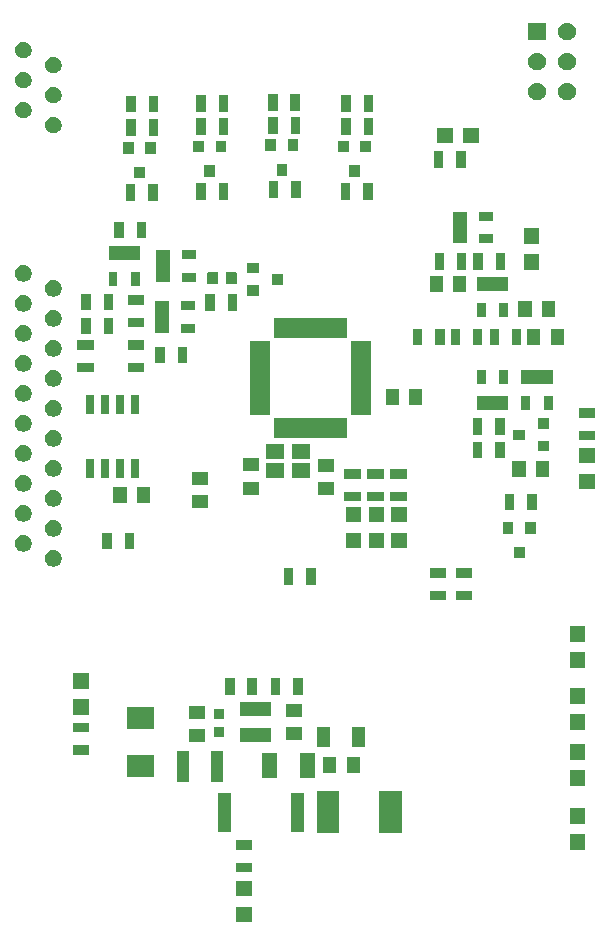
<source format=gbr>
G04 #@! TF.GenerationSoftware,KiCad,Pcbnew,(5.0.1)-4*
G04 #@! TF.CreationDate,2019-05-18T18:43:15-06:00*
G04 #@! TF.ProjectId,Brakelight_Shutdown_BSPD,4272616B656C696768745F5368757464,rev?*
G04 #@! TF.SameCoordinates,Original*
G04 #@! TF.FileFunction,Soldermask,Top*
G04 #@! TF.FilePolarity,Negative*
%FSLAX46Y46*%
G04 Gerber Fmt 4.6, Leading zero omitted, Abs format (unit mm)*
G04 Created by KiCad (PCBNEW (5.0.1)-4) date 5/18/2019 6:43:15 PM*
%MOMM*%
%LPD*%
G01*
G04 APERTURE LIST*
%ADD10C,0.100000*%
G04 APERTURE END LIST*
D10*
G36*
X181977000Y-126140000D02*
X180675000Y-126140000D01*
X180675000Y-124838000D01*
X181977000Y-124838000D01*
X181977000Y-126140000D01*
X181977000Y-126140000D01*
G37*
G36*
X181977000Y-123940000D02*
X180675000Y-123940000D01*
X180675000Y-122638000D01*
X181977000Y-122638000D01*
X181977000Y-123940000D01*
X181977000Y-123940000D01*
G37*
G36*
X182027000Y-121940000D02*
X180625000Y-121940000D01*
X180625000Y-121138000D01*
X182027000Y-121138000D01*
X182027000Y-121940000D01*
X182027000Y-121940000D01*
G37*
G36*
X182027000Y-120040000D02*
X180625000Y-120040000D01*
X180625000Y-119238000D01*
X182027000Y-119238000D01*
X182027000Y-120040000D01*
X182027000Y-120040000D01*
G37*
G36*
X210201000Y-120031000D02*
X208899000Y-120031000D01*
X208899000Y-118729000D01*
X210201000Y-118729000D01*
X210201000Y-120031000D01*
X210201000Y-120031000D01*
G37*
G36*
X194676300Y-118641000D02*
X192794300Y-118641000D01*
X192794300Y-115039000D01*
X194676300Y-115039000D01*
X194676300Y-118641000D01*
X194676300Y-118641000D01*
G37*
G36*
X189396300Y-118641000D02*
X187514300Y-118641000D01*
X187514300Y-115039000D01*
X189396300Y-115039000D01*
X189396300Y-118641000D01*
X189396300Y-118641000D01*
G37*
G36*
X180205200Y-118496080D02*
X179103200Y-118496080D01*
X179103200Y-115194080D01*
X180205200Y-115194080D01*
X180205200Y-118496080D01*
X180205200Y-118496080D01*
G37*
G36*
X186405200Y-118496080D02*
X185303200Y-118496080D01*
X185303200Y-115194080D01*
X186405200Y-115194080D01*
X186405200Y-118496080D01*
X186405200Y-118496080D01*
G37*
G36*
X210201000Y-117831000D02*
X208899000Y-117831000D01*
X208899000Y-116529000D01*
X210201000Y-116529000D01*
X210201000Y-117831000D01*
X210201000Y-117831000D01*
G37*
G36*
X210201000Y-114611000D02*
X208899000Y-114611000D01*
X208899000Y-113309000D01*
X210201000Y-113309000D01*
X210201000Y-114611000D01*
X210201000Y-114611000D01*
G37*
G36*
X179547800Y-114267500D02*
X178545800Y-114267500D01*
X178545800Y-111665500D01*
X179547800Y-111665500D01*
X179547800Y-114267500D01*
X179547800Y-114267500D01*
G37*
G36*
X176647800Y-114267500D02*
X175645800Y-114267500D01*
X175645800Y-111665500D01*
X176647800Y-111665500D01*
X176647800Y-114267500D01*
X176647800Y-114267500D01*
G37*
G36*
X184153700Y-113956540D02*
X182851700Y-113956540D01*
X182851700Y-111854540D01*
X184153700Y-111854540D01*
X184153700Y-113956540D01*
X184153700Y-113956540D01*
G37*
G36*
X187353700Y-113956540D02*
X186051700Y-113956540D01*
X186051700Y-111854540D01*
X187353700Y-111854540D01*
X187353700Y-113956540D01*
X187353700Y-113956540D01*
G37*
G36*
X173710800Y-113906500D02*
X171449800Y-113906500D01*
X171449800Y-112026500D01*
X173710800Y-112026500D01*
X173710800Y-113906500D01*
X173710800Y-113906500D01*
G37*
G36*
X189149300Y-113515500D02*
X188047300Y-113515500D01*
X188047300Y-112163500D01*
X189149300Y-112163500D01*
X189149300Y-113515500D01*
X189149300Y-113515500D01*
G37*
G36*
X191149300Y-113515500D02*
X190047300Y-113515500D01*
X190047300Y-112163500D01*
X191149300Y-112163500D01*
X191149300Y-113515500D01*
X191149300Y-113515500D01*
G37*
G36*
X210201000Y-112411000D02*
X208899000Y-112411000D01*
X208899000Y-111109000D01*
X210201000Y-111109000D01*
X210201000Y-112411000D01*
X210201000Y-112411000D01*
G37*
G36*
X168227000Y-111990000D02*
X166825000Y-111990000D01*
X166825000Y-111188000D01*
X168227000Y-111188000D01*
X168227000Y-111990000D01*
X168227000Y-111990000D01*
G37*
G36*
X191625300Y-111341000D02*
X190523300Y-111341000D01*
X190523300Y-109639000D01*
X191625300Y-109639000D01*
X191625300Y-111341000D01*
X191625300Y-111341000D01*
G37*
G36*
X188625300Y-111341000D02*
X187523300Y-111341000D01*
X187523300Y-109639000D01*
X188625300Y-109639000D01*
X188625300Y-111341000D01*
X188625300Y-111341000D01*
G37*
G36*
X178054360Y-110941180D02*
X176702360Y-110941180D01*
X176702360Y-109839180D01*
X178054360Y-109839180D01*
X178054360Y-110941180D01*
X178054360Y-110941180D01*
G37*
G36*
X183629600Y-110885800D02*
X180977600Y-110885800D01*
X180977600Y-109723800D01*
X183629600Y-109723800D01*
X183629600Y-110885800D01*
X183629600Y-110885800D01*
G37*
G36*
X186273800Y-110771000D02*
X184921800Y-110771000D01*
X184921800Y-109669000D01*
X186273800Y-109669000D01*
X186273800Y-110771000D01*
X186273800Y-110771000D01*
G37*
G36*
X179610300Y-110500500D02*
X178758300Y-110500500D01*
X178758300Y-109598500D01*
X179610300Y-109598500D01*
X179610300Y-110500500D01*
X179610300Y-110500500D01*
G37*
G36*
X168227000Y-110090000D02*
X166825000Y-110090000D01*
X166825000Y-109288000D01*
X168227000Y-109288000D01*
X168227000Y-110090000D01*
X168227000Y-110090000D01*
G37*
G36*
X210201000Y-109871000D02*
X208899000Y-109871000D01*
X208899000Y-108569000D01*
X210201000Y-108569000D01*
X210201000Y-109871000D01*
X210201000Y-109871000D01*
G37*
G36*
X173710800Y-109842500D02*
X171449800Y-109842500D01*
X171449800Y-107962500D01*
X173710800Y-107962500D01*
X173710800Y-109842500D01*
X173710800Y-109842500D01*
G37*
G36*
X179610300Y-109000500D02*
X178758300Y-109000500D01*
X178758300Y-108098500D01*
X179610300Y-108098500D01*
X179610300Y-109000500D01*
X179610300Y-109000500D01*
G37*
G36*
X178054360Y-108941180D02*
X176702360Y-108941180D01*
X176702360Y-107839180D01*
X178054360Y-107839180D01*
X178054360Y-108941180D01*
X178054360Y-108941180D01*
G37*
G36*
X186273800Y-108771000D02*
X184921800Y-108771000D01*
X184921800Y-107669000D01*
X186273800Y-107669000D01*
X186273800Y-108771000D01*
X186273800Y-108771000D01*
G37*
G36*
X183629600Y-108685800D02*
X180977600Y-108685800D01*
X180977600Y-107523800D01*
X183629600Y-107523800D01*
X183629600Y-108685800D01*
X183629600Y-108685800D01*
G37*
G36*
X168177000Y-108590000D02*
X166875000Y-108590000D01*
X166875000Y-107288000D01*
X168177000Y-107288000D01*
X168177000Y-108590000D01*
X168177000Y-108590000D01*
G37*
G36*
X210201000Y-107671000D02*
X208899000Y-107671000D01*
X208899000Y-106369000D01*
X210201000Y-106369000D01*
X210201000Y-107671000D01*
X210201000Y-107671000D01*
G37*
G36*
X184421420Y-106918720D02*
X183619420Y-106918720D01*
X183619420Y-105516720D01*
X184421420Y-105516720D01*
X184421420Y-106918720D01*
X184421420Y-106918720D01*
G37*
G36*
X186321420Y-106918720D02*
X185519420Y-106918720D01*
X185519420Y-105516720D01*
X186321420Y-105516720D01*
X186321420Y-106918720D01*
X186321420Y-106918720D01*
G37*
G36*
X180535220Y-106903480D02*
X179733220Y-106903480D01*
X179733220Y-105501480D01*
X180535220Y-105501480D01*
X180535220Y-106903480D01*
X180535220Y-106903480D01*
G37*
G36*
X182435220Y-106903480D02*
X181633220Y-106903480D01*
X181633220Y-105501480D01*
X182435220Y-105501480D01*
X182435220Y-106903480D01*
X182435220Y-106903480D01*
G37*
G36*
X168177000Y-106390000D02*
X166875000Y-106390000D01*
X166875000Y-105088000D01*
X168177000Y-105088000D01*
X168177000Y-106390000D01*
X168177000Y-106390000D01*
G37*
G36*
X210201000Y-104621000D02*
X208899000Y-104621000D01*
X208899000Y-103319000D01*
X210201000Y-103319000D01*
X210201000Y-104621000D01*
X210201000Y-104621000D01*
G37*
G36*
X210201000Y-102421000D02*
X208899000Y-102421000D01*
X208899000Y-101119000D01*
X210201000Y-101119000D01*
X210201000Y-102421000D01*
X210201000Y-102421000D01*
G37*
G36*
X198465400Y-98912400D02*
X197063400Y-98912400D01*
X197063400Y-98110400D01*
X198465400Y-98110400D01*
X198465400Y-98912400D01*
X198465400Y-98912400D01*
G37*
G36*
X200649800Y-98897200D02*
X199247800Y-98897200D01*
X199247800Y-98095200D01*
X200649800Y-98095200D01*
X200649800Y-98897200D01*
X200649800Y-98897200D01*
G37*
G36*
X185516200Y-97576600D02*
X184714200Y-97576600D01*
X184714200Y-96174600D01*
X185516200Y-96174600D01*
X185516200Y-97576600D01*
X185516200Y-97576600D01*
G37*
G36*
X187416200Y-97576600D02*
X186614200Y-97576600D01*
X186614200Y-96174600D01*
X187416200Y-96174600D01*
X187416200Y-97576600D01*
X187416200Y-97576600D01*
G37*
G36*
X198465400Y-97012400D02*
X197063400Y-97012400D01*
X197063400Y-96210400D01*
X198465400Y-96210400D01*
X198465400Y-97012400D01*
X198465400Y-97012400D01*
G37*
G36*
X200649800Y-96997200D02*
X199247800Y-96997200D01*
X199247800Y-96195200D01*
X200649800Y-96195200D01*
X200649800Y-96997200D01*
X200649800Y-96997200D01*
G37*
G36*
X165406072Y-94677538D02*
X165533649Y-94730382D01*
X165648465Y-94807100D01*
X165746100Y-94904735D01*
X165822818Y-95019551D01*
X165875662Y-95147128D01*
X165902600Y-95282556D01*
X165902600Y-95420644D01*
X165875662Y-95556072D01*
X165822818Y-95683649D01*
X165746100Y-95798465D01*
X165648465Y-95896100D01*
X165533649Y-95972818D01*
X165406072Y-96025662D01*
X165270644Y-96052600D01*
X165132556Y-96052600D01*
X164997128Y-96025662D01*
X164869551Y-95972818D01*
X164754735Y-95896100D01*
X164657100Y-95798465D01*
X164580382Y-95683649D01*
X164527538Y-95556072D01*
X164500600Y-95420644D01*
X164500600Y-95282556D01*
X164527538Y-95147128D01*
X164580382Y-95019551D01*
X164657100Y-94904735D01*
X164754735Y-94807100D01*
X164869551Y-94730382D01*
X164997128Y-94677538D01*
X165132556Y-94650600D01*
X165270644Y-94650600D01*
X165406072Y-94677538D01*
X165406072Y-94677538D01*
G37*
G36*
X205088600Y-95361800D02*
X204186600Y-95361800D01*
X204186600Y-94359800D01*
X205088600Y-94359800D01*
X205088600Y-95361800D01*
X205088600Y-95361800D01*
G37*
G36*
X162866072Y-93407538D02*
X162993649Y-93460382D01*
X163108465Y-93537100D01*
X163206100Y-93634735D01*
X163282818Y-93749551D01*
X163335662Y-93877128D01*
X163362600Y-94012556D01*
X163362600Y-94150644D01*
X163335662Y-94286072D01*
X163282818Y-94413649D01*
X163206100Y-94528465D01*
X163108465Y-94626100D01*
X162993649Y-94702818D01*
X162866072Y-94755662D01*
X162730644Y-94782600D01*
X162592556Y-94782600D01*
X162457128Y-94755662D01*
X162329551Y-94702818D01*
X162214735Y-94626100D01*
X162117100Y-94528465D01*
X162040382Y-94413649D01*
X161987538Y-94286072D01*
X161960600Y-94150644D01*
X161960600Y-94012556D01*
X161987538Y-93877128D01*
X162040382Y-93749551D01*
X162117100Y-93634735D01*
X162214735Y-93537100D01*
X162329551Y-93460382D01*
X162457128Y-93407538D01*
X162592556Y-93380600D01*
X162730644Y-93380600D01*
X162866072Y-93407538D01*
X162866072Y-93407538D01*
G37*
G36*
X170154200Y-94604800D02*
X169352200Y-94604800D01*
X169352200Y-93202800D01*
X170154200Y-93202800D01*
X170154200Y-94604800D01*
X170154200Y-94604800D01*
G37*
G36*
X172054200Y-94604800D02*
X171252200Y-94604800D01*
X171252200Y-93202800D01*
X172054200Y-93202800D01*
X172054200Y-94604800D01*
X172054200Y-94604800D01*
G37*
G36*
X193208400Y-94494200D02*
X191906400Y-94494200D01*
X191906400Y-93192200D01*
X193208400Y-93192200D01*
X193208400Y-94494200D01*
X193208400Y-94494200D01*
G37*
G36*
X191239900Y-94494200D02*
X189937900Y-94494200D01*
X189937900Y-93192200D01*
X191239900Y-93192200D01*
X191239900Y-94494200D01*
X191239900Y-94494200D01*
G37*
G36*
X195113400Y-94473700D02*
X193811400Y-94473700D01*
X193811400Y-93171700D01*
X195113400Y-93171700D01*
X195113400Y-94473700D01*
X195113400Y-94473700D01*
G37*
G36*
X165406072Y-92137538D02*
X165533649Y-92190382D01*
X165648465Y-92267100D01*
X165746100Y-92364735D01*
X165822818Y-92479551D01*
X165875662Y-92607128D01*
X165902600Y-92742556D01*
X165902600Y-92880644D01*
X165875662Y-93016072D01*
X165822818Y-93143649D01*
X165746100Y-93258465D01*
X165648465Y-93356100D01*
X165533649Y-93432818D01*
X165406072Y-93485662D01*
X165270644Y-93512600D01*
X165132556Y-93512600D01*
X164997128Y-93485662D01*
X164869551Y-93432818D01*
X164754735Y-93356100D01*
X164657100Y-93258465D01*
X164580382Y-93143649D01*
X164527538Y-93016072D01*
X164500600Y-92880644D01*
X164500600Y-92742556D01*
X164527538Y-92607128D01*
X164580382Y-92479551D01*
X164657100Y-92364735D01*
X164754735Y-92267100D01*
X164869551Y-92190382D01*
X164997128Y-92137538D01*
X165132556Y-92110600D01*
X165270644Y-92110600D01*
X165406072Y-92137538D01*
X165406072Y-92137538D01*
G37*
G36*
X204138600Y-93261800D02*
X203236600Y-93261800D01*
X203236600Y-92259800D01*
X204138600Y-92259800D01*
X204138600Y-93261800D01*
X204138600Y-93261800D01*
G37*
G36*
X206038600Y-93261800D02*
X205136600Y-93261800D01*
X205136600Y-92259800D01*
X206038600Y-92259800D01*
X206038600Y-93261800D01*
X206038600Y-93261800D01*
G37*
G36*
X191239900Y-92294200D02*
X189937900Y-92294200D01*
X189937900Y-90992200D01*
X191239900Y-90992200D01*
X191239900Y-92294200D01*
X191239900Y-92294200D01*
G37*
G36*
X193208400Y-92294200D02*
X191906400Y-92294200D01*
X191906400Y-90992200D01*
X193208400Y-90992200D01*
X193208400Y-92294200D01*
X193208400Y-92294200D01*
G37*
G36*
X195113400Y-92273700D02*
X193811400Y-92273700D01*
X193811400Y-90971700D01*
X195113400Y-90971700D01*
X195113400Y-92273700D01*
X195113400Y-92273700D01*
G37*
G36*
X162866072Y-90867538D02*
X162993649Y-90920382D01*
X163108465Y-90997100D01*
X163206100Y-91094735D01*
X163282818Y-91209551D01*
X163335662Y-91337128D01*
X163362600Y-91472556D01*
X163362600Y-91610644D01*
X163335662Y-91746072D01*
X163282818Y-91873649D01*
X163206100Y-91988465D01*
X163108465Y-92086100D01*
X162993649Y-92162818D01*
X162866072Y-92215662D01*
X162730644Y-92242600D01*
X162592556Y-92242600D01*
X162457128Y-92215662D01*
X162329551Y-92162818D01*
X162214735Y-92086100D01*
X162117100Y-91988465D01*
X162040382Y-91873649D01*
X161987538Y-91746072D01*
X161960600Y-91610644D01*
X161960600Y-91472556D01*
X161987538Y-91337128D01*
X162040382Y-91209551D01*
X162117100Y-91094735D01*
X162214735Y-90997100D01*
X162329551Y-90920382D01*
X162457128Y-90867538D01*
X162592556Y-90840600D01*
X162730644Y-90840600D01*
X162866072Y-90867538D01*
X162866072Y-90867538D01*
G37*
G36*
X204210600Y-91277400D02*
X203408600Y-91277400D01*
X203408600Y-89875400D01*
X204210600Y-89875400D01*
X204210600Y-91277400D01*
X204210600Y-91277400D01*
G37*
G36*
X206110600Y-91277400D02*
X205308600Y-91277400D01*
X205308600Y-89875400D01*
X206110600Y-89875400D01*
X206110600Y-91277400D01*
X206110600Y-91277400D01*
G37*
G36*
X178323600Y-91127400D02*
X176971600Y-91127400D01*
X176971600Y-90025400D01*
X178323600Y-90025400D01*
X178323600Y-91127400D01*
X178323600Y-91127400D01*
G37*
G36*
X165406072Y-89597538D02*
X165533649Y-89650382D01*
X165648465Y-89727100D01*
X165746100Y-89824735D01*
X165822818Y-89939551D01*
X165875662Y-90067128D01*
X165902600Y-90202556D01*
X165902600Y-90340644D01*
X165875662Y-90476072D01*
X165822818Y-90603649D01*
X165746100Y-90718465D01*
X165648465Y-90816100D01*
X165533649Y-90892818D01*
X165406072Y-90945662D01*
X165270644Y-90972600D01*
X165132556Y-90972600D01*
X164997128Y-90945662D01*
X164869551Y-90892818D01*
X164754735Y-90816100D01*
X164657100Y-90718465D01*
X164580382Y-90603649D01*
X164527538Y-90476072D01*
X164500600Y-90340644D01*
X164500600Y-90202556D01*
X164527538Y-90067128D01*
X164580382Y-89939551D01*
X164657100Y-89824735D01*
X164754735Y-89727100D01*
X164869551Y-89650382D01*
X164997128Y-89597538D01*
X165132556Y-89570600D01*
X165270644Y-89570600D01*
X165406072Y-89597538D01*
X165406072Y-89597538D01*
G37*
G36*
X173391400Y-90642800D02*
X172289400Y-90642800D01*
X172289400Y-89290800D01*
X173391400Y-89290800D01*
X173391400Y-90642800D01*
X173391400Y-90642800D01*
G37*
G36*
X171391400Y-90642800D02*
X170289400Y-90642800D01*
X170289400Y-89290800D01*
X171391400Y-89290800D01*
X171391400Y-90642800D01*
X171391400Y-90642800D01*
G37*
G36*
X191226400Y-90520200D02*
X189824400Y-90520200D01*
X189824400Y-89718200D01*
X191226400Y-89718200D01*
X191226400Y-90520200D01*
X191226400Y-90520200D01*
G37*
G36*
X193194900Y-90520200D02*
X191792900Y-90520200D01*
X191792900Y-89718200D01*
X193194900Y-89718200D01*
X193194900Y-90520200D01*
X193194900Y-90520200D01*
G37*
G36*
X195099900Y-90517700D02*
X193697900Y-90517700D01*
X193697900Y-89715700D01*
X195099900Y-89715700D01*
X195099900Y-90517700D01*
X195099900Y-90517700D01*
G37*
G36*
X188978900Y-90035200D02*
X187626900Y-90035200D01*
X187626900Y-88933200D01*
X188978900Y-88933200D01*
X188978900Y-90035200D01*
X188978900Y-90035200D01*
G37*
G36*
X182628900Y-90003200D02*
X181276900Y-90003200D01*
X181276900Y-88901200D01*
X182628900Y-88901200D01*
X182628900Y-90003200D01*
X182628900Y-90003200D01*
G37*
G36*
X162866072Y-88327538D02*
X162993649Y-88380382D01*
X163108465Y-88457100D01*
X163206100Y-88554735D01*
X163282818Y-88669551D01*
X163335662Y-88797128D01*
X163362600Y-88932556D01*
X163362600Y-89070644D01*
X163335662Y-89206072D01*
X163282818Y-89333649D01*
X163206100Y-89448465D01*
X163108465Y-89546100D01*
X162993649Y-89622818D01*
X162866072Y-89675662D01*
X162730644Y-89702600D01*
X162592556Y-89702600D01*
X162457128Y-89675662D01*
X162329551Y-89622818D01*
X162214735Y-89546100D01*
X162117100Y-89448465D01*
X162040382Y-89333649D01*
X161987538Y-89206072D01*
X161960600Y-89070644D01*
X161960600Y-88932556D01*
X161987538Y-88797128D01*
X162040382Y-88669551D01*
X162117100Y-88554735D01*
X162214735Y-88457100D01*
X162329551Y-88380382D01*
X162457128Y-88327538D01*
X162592556Y-88300600D01*
X162730644Y-88300600D01*
X162866072Y-88327538D01*
X162866072Y-88327538D01*
G37*
G36*
X211039200Y-89508000D02*
X209737200Y-89508000D01*
X209737200Y-88206000D01*
X211039200Y-88206000D01*
X211039200Y-89508000D01*
X211039200Y-89508000D01*
G37*
G36*
X178323600Y-89127400D02*
X176971600Y-89127400D01*
X176971600Y-88025400D01*
X178323600Y-88025400D01*
X178323600Y-89127400D01*
X178323600Y-89127400D01*
G37*
G36*
X193194900Y-88620200D02*
X191792900Y-88620200D01*
X191792900Y-87818200D01*
X193194900Y-87818200D01*
X193194900Y-88620200D01*
X193194900Y-88620200D01*
G37*
G36*
X191226400Y-88620200D02*
X189824400Y-88620200D01*
X189824400Y-87818200D01*
X191226400Y-87818200D01*
X191226400Y-88620200D01*
X191226400Y-88620200D01*
G37*
G36*
X195099900Y-88617700D02*
X193697900Y-88617700D01*
X193697900Y-87815700D01*
X195099900Y-87815700D01*
X195099900Y-88617700D01*
X195099900Y-88617700D01*
G37*
G36*
X171191400Y-88565200D02*
X170489400Y-88565200D01*
X170489400Y-86913200D01*
X171191400Y-86913200D01*
X171191400Y-88565200D01*
X171191400Y-88565200D01*
G37*
G36*
X168651400Y-88565200D02*
X167949400Y-88565200D01*
X167949400Y-86913200D01*
X168651400Y-86913200D01*
X168651400Y-88565200D01*
X168651400Y-88565200D01*
G37*
G36*
X169921400Y-88565200D02*
X169219400Y-88565200D01*
X169219400Y-86913200D01*
X169921400Y-86913200D01*
X169921400Y-88565200D01*
X169921400Y-88565200D01*
G37*
G36*
X172461400Y-88565200D02*
X171759400Y-88565200D01*
X171759400Y-86913200D01*
X172461400Y-86913200D01*
X172461400Y-88565200D01*
X172461400Y-88565200D01*
G37*
G36*
X184735900Y-88560200D02*
X183233900Y-88560200D01*
X183233900Y-87258200D01*
X184735900Y-87258200D01*
X184735900Y-88560200D01*
X184735900Y-88560200D01*
G37*
G36*
X186935900Y-88560200D02*
X185433900Y-88560200D01*
X185433900Y-87258200D01*
X186935900Y-87258200D01*
X186935900Y-88560200D01*
X186935900Y-88560200D01*
G37*
G36*
X205173400Y-88509200D02*
X204071400Y-88509200D01*
X204071400Y-87157200D01*
X205173400Y-87157200D01*
X205173400Y-88509200D01*
X205173400Y-88509200D01*
G37*
G36*
X207173400Y-88509200D02*
X206071400Y-88509200D01*
X206071400Y-87157200D01*
X207173400Y-87157200D01*
X207173400Y-88509200D01*
X207173400Y-88509200D01*
G37*
G36*
X165406072Y-87057538D02*
X165533649Y-87110382D01*
X165648465Y-87187100D01*
X165746100Y-87284735D01*
X165822818Y-87399551D01*
X165875662Y-87527128D01*
X165902600Y-87662556D01*
X165902600Y-87800644D01*
X165875662Y-87936072D01*
X165822818Y-88063649D01*
X165746100Y-88178465D01*
X165648465Y-88276100D01*
X165533649Y-88352818D01*
X165406072Y-88405662D01*
X165270644Y-88432600D01*
X165132556Y-88432600D01*
X164997128Y-88405662D01*
X164869551Y-88352818D01*
X164754735Y-88276100D01*
X164657100Y-88178465D01*
X164580382Y-88063649D01*
X164527538Y-87936072D01*
X164500600Y-87800644D01*
X164500600Y-87662556D01*
X164527538Y-87527128D01*
X164580382Y-87399551D01*
X164657100Y-87284735D01*
X164754735Y-87187100D01*
X164869551Y-87110382D01*
X164997128Y-87057538D01*
X165132556Y-87030600D01*
X165270644Y-87030600D01*
X165406072Y-87057538D01*
X165406072Y-87057538D01*
G37*
G36*
X188978900Y-88035200D02*
X187626900Y-88035200D01*
X187626900Y-86933200D01*
X188978900Y-86933200D01*
X188978900Y-88035200D01*
X188978900Y-88035200D01*
G37*
G36*
X182628900Y-88003200D02*
X181276900Y-88003200D01*
X181276900Y-86901200D01*
X182628900Y-86901200D01*
X182628900Y-88003200D01*
X182628900Y-88003200D01*
G37*
G36*
X211039200Y-87308000D02*
X209737200Y-87308000D01*
X209737200Y-86006000D01*
X211039200Y-86006000D01*
X211039200Y-87308000D01*
X211039200Y-87308000D01*
G37*
G36*
X162866072Y-85787538D02*
X162993649Y-85840382D01*
X163108465Y-85917100D01*
X163206100Y-86014735D01*
X163282818Y-86129551D01*
X163335662Y-86257128D01*
X163362600Y-86392556D01*
X163362600Y-86530644D01*
X163335662Y-86666072D01*
X163282818Y-86793649D01*
X163206100Y-86908465D01*
X163108465Y-87006100D01*
X162993649Y-87082818D01*
X162866072Y-87135662D01*
X162730644Y-87162600D01*
X162592556Y-87162600D01*
X162457128Y-87135662D01*
X162329551Y-87082818D01*
X162214735Y-87006100D01*
X162117100Y-86908465D01*
X162040382Y-86793649D01*
X161987538Y-86666072D01*
X161960600Y-86530644D01*
X161960600Y-86392556D01*
X161987538Y-86257128D01*
X162040382Y-86129551D01*
X162117100Y-86014735D01*
X162214735Y-85917100D01*
X162329551Y-85840382D01*
X162457128Y-85787538D01*
X162592556Y-85760600D01*
X162730644Y-85760600D01*
X162866072Y-85787538D01*
X162866072Y-85787538D01*
G37*
G36*
X186935900Y-86960200D02*
X185433900Y-86960200D01*
X185433900Y-85658200D01*
X186935900Y-85658200D01*
X186935900Y-86960200D01*
X186935900Y-86960200D01*
G37*
G36*
X184735900Y-86960200D02*
X183233900Y-86960200D01*
X183233900Y-85658200D01*
X184735900Y-85658200D01*
X184735900Y-86960200D01*
X184735900Y-86960200D01*
G37*
G36*
X203423200Y-86883200D02*
X202621200Y-86883200D01*
X202621200Y-85481200D01*
X203423200Y-85481200D01*
X203423200Y-86883200D01*
X203423200Y-86883200D01*
G37*
G36*
X201523200Y-86883200D02*
X200721200Y-86883200D01*
X200721200Y-85481200D01*
X201523200Y-85481200D01*
X201523200Y-86883200D01*
X201523200Y-86883200D01*
G37*
G36*
X207198000Y-86313200D02*
X206196000Y-86313200D01*
X206196000Y-85411200D01*
X207198000Y-85411200D01*
X207198000Y-86313200D01*
X207198000Y-86313200D01*
G37*
G36*
X165406072Y-84517538D02*
X165533649Y-84570382D01*
X165648465Y-84647100D01*
X165746100Y-84744735D01*
X165822818Y-84859551D01*
X165875662Y-84987128D01*
X165902600Y-85122556D01*
X165902600Y-85260644D01*
X165875662Y-85396072D01*
X165822818Y-85523649D01*
X165746100Y-85638465D01*
X165648465Y-85736100D01*
X165533649Y-85812818D01*
X165406072Y-85865662D01*
X165270644Y-85892600D01*
X165132556Y-85892600D01*
X164997128Y-85865662D01*
X164869551Y-85812818D01*
X164754735Y-85736100D01*
X164657100Y-85638465D01*
X164580382Y-85523649D01*
X164527538Y-85396072D01*
X164500600Y-85260644D01*
X164500600Y-85122556D01*
X164527538Y-84987128D01*
X164580382Y-84859551D01*
X164657100Y-84744735D01*
X164754735Y-84647100D01*
X164869551Y-84570382D01*
X164997128Y-84517538D01*
X165132556Y-84490600D01*
X165270644Y-84490600D01*
X165406072Y-84517538D01*
X165406072Y-84517538D01*
G37*
G36*
X205098000Y-85363200D02*
X204096000Y-85363200D01*
X204096000Y-84461200D01*
X205098000Y-84461200D01*
X205098000Y-85363200D01*
X205098000Y-85363200D01*
G37*
G36*
X211063800Y-85338600D02*
X209661800Y-85338600D01*
X209661800Y-84536600D01*
X211063800Y-84536600D01*
X211063800Y-85338600D01*
X211063800Y-85338600D01*
G37*
G36*
X190095400Y-85187200D02*
X183843400Y-85187200D01*
X183843400Y-83485200D01*
X190095400Y-83485200D01*
X190095400Y-85187200D01*
X190095400Y-85187200D01*
G37*
G36*
X201523200Y-84876600D02*
X200721200Y-84876600D01*
X200721200Y-83474600D01*
X201523200Y-83474600D01*
X201523200Y-84876600D01*
X201523200Y-84876600D01*
G37*
G36*
X203423200Y-84876600D02*
X202621200Y-84876600D01*
X202621200Y-83474600D01*
X203423200Y-83474600D01*
X203423200Y-84876600D01*
X203423200Y-84876600D01*
G37*
G36*
X162866072Y-83247538D02*
X162993649Y-83300382D01*
X163108465Y-83377100D01*
X163206100Y-83474735D01*
X163282818Y-83589551D01*
X163335662Y-83717128D01*
X163362600Y-83852556D01*
X163362600Y-83990644D01*
X163335662Y-84126072D01*
X163282818Y-84253649D01*
X163206100Y-84368465D01*
X163108465Y-84466100D01*
X162993649Y-84542818D01*
X162866072Y-84595662D01*
X162730644Y-84622600D01*
X162592556Y-84622600D01*
X162457128Y-84595662D01*
X162329551Y-84542818D01*
X162214735Y-84466100D01*
X162117100Y-84368465D01*
X162040382Y-84253649D01*
X161987538Y-84126072D01*
X161960600Y-83990644D01*
X161960600Y-83852556D01*
X161987538Y-83717128D01*
X162040382Y-83589551D01*
X162117100Y-83474735D01*
X162214735Y-83377100D01*
X162329551Y-83300382D01*
X162457128Y-83247538D01*
X162592556Y-83220600D01*
X162730644Y-83220600D01*
X162866072Y-83247538D01*
X162866072Y-83247538D01*
G37*
G36*
X207198000Y-84413200D02*
X206196000Y-84413200D01*
X206196000Y-83511200D01*
X207198000Y-83511200D01*
X207198000Y-84413200D01*
X207198000Y-84413200D01*
G37*
G36*
X211063800Y-83438600D02*
X209661800Y-83438600D01*
X209661800Y-82636600D01*
X211063800Y-82636600D01*
X211063800Y-83438600D01*
X211063800Y-83438600D01*
G37*
G36*
X165406072Y-81977538D02*
X165533649Y-82030382D01*
X165648465Y-82107100D01*
X165746100Y-82204735D01*
X165822818Y-82319551D01*
X165875662Y-82447128D01*
X165902600Y-82582556D01*
X165902600Y-82720644D01*
X165875662Y-82856072D01*
X165822818Y-82983649D01*
X165746100Y-83098465D01*
X165648465Y-83196100D01*
X165533649Y-83272818D01*
X165406072Y-83325662D01*
X165270644Y-83352600D01*
X165132556Y-83352600D01*
X164997128Y-83325662D01*
X164869551Y-83272818D01*
X164754735Y-83196100D01*
X164657100Y-83098465D01*
X164580382Y-82983649D01*
X164527538Y-82856072D01*
X164500600Y-82720644D01*
X164500600Y-82582556D01*
X164527538Y-82447128D01*
X164580382Y-82319551D01*
X164657100Y-82204735D01*
X164754735Y-82107100D01*
X164869551Y-82030382D01*
X164997128Y-81977538D01*
X165132556Y-81950600D01*
X165270644Y-81950600D01*
X165406072Y-81977538D01*
X165406072Y-81977538D01*
G37*
G36*
X183570400Y-83212200D02*
X181868400Y-83212200D01*
X181868400Y-76960200D01*
X183570400Y-76960200D01*
X183570400Y-83212200D01*
X183570400Y-83212200D01*
G37*
G36*
X192070400Y-83212200D02*
X190368400Y-83212200D01*
X190368400Y-76960200D01*
X192070400Y-76960200D01*
X192070400Y-83212200D01*
X192070400Y-83212200D01*
G37*
G36*
X168651400Y-83165200D02*
X167949400Y-83165200D01*
X167949400Y-81513200D01*
X168651400Y-81513200D01*
X168651400Y-83165200D01*
X168651400Y-83165200D01*
G37*
G36*
X172461400Y-83165200D02*
X171759400Y-83165200D01*
X171759400Y-81513200D01*
X172461400Y-81513200D01*
X172461400Y-83165200D01*
X172461400Y-83165200D01*
G37*
G36*
X171191400Y-83165200D02*
X170489400Y-83165200D01*
X170489400Y-81513200D01*
X171191400Y-81513200D01*
X171191400Y-83165200D01*
X171191400Y-83165200D01*
G37*
G36*
X169921400Y-83165200D02*
X169219400Y-83165200D01*
X169219400Y-81513200D01*
X169921400Y-81513200D01*
X169921400Y-83165200D01*
X169921400Y-83165200D01*
G37*
G36*
X205562200Y-82775400D02*
X204810200Y-82775400D01*
X204810200Y-81613400D01*
X205562200Y-81613400D01*
X205562200Y-82775400D01*
X205562200Y-82775400D01*
G37*
G36*
X207462200Y-82775400D02*
X206710200Y-82775400D01*
X206710200Y-81613400D01*
X207462200Y-81613400D01*
X207462200Y-82775400D01*
X207462200Y-82775400D01*
G37*
G36*
X203713200Y-82775400D02*
X201061200Y-82775400D01*
X201061200Y-81613400D01*
X203713200Y-81613400D01*
X203713200Y-82775400D01*
X203713200Y-82775400D01*
G37*
G36*
X194429200Y-82413200D02*
X193327200Y-82413200D01*
X193327200Y-81061200D01*
X194429200Y-81061200D01*
X194429200Y-82413200D01*
X194429200Y-82413200D01*
G37*
G36*
X196429200Y-82413200D02*
X195327200Y-82413200D01*
X195327200Y-81061200D01*
X196429200Y-81061200D01*
X196429200Y-82413200D01*
X196429200Y-82413200D01*
G37*
G36*
X162866072Y-80707538D02*
X162993649Y-80760382D01*
X163108465Y-80837100D01*
X163206100Y-80934735D01*
X163282818Y-81049551D01*
X163335662Y-81177128D01*
X163362600Y-81312556D01*
X163362600Y-81450644D01*
X163335662Y-81586072D01*
X163282818Y-81713649D01*
X163206100Y-81828465D01*
X163108465Y-81926100D01*
X162993649Y-82002818D01*
X162866072Y-82055662D01*
X162730644Y-82082600D01*
X162592556Y-82082600D01*
X162457128Y-82055662D01*
X162329551Y-82002818D01*
X162214735Y-81926100D01*
X162117100Y-81828465D01*
X162040382Y-81713649D01*
X161987538Y-81586072D01*
X161960600Y-81450644D01*
X161960600Y-81312556D01*
X161987538Y-81177128D01*
X162040382Y-81049551D01*
X162117100Y-80934735D01*
X162214735Y-80837100D01*
X162329551Y-80760382D01*
X162457128Y-80707538D01*
X162592556Y-80680600D01*
X162730644Y-80680600D01*
X162866072Y-80707538D01*
X162866072Y-80707538D01*
G37*
G36*
X165406072Y-79437538D02*
X165533649Y-79490382D01*
X165648465Y-79567100D01*
X165746100Y-79664735D01*
X165822818Y-79779551D01*
X165875662Y-79907128D01*
X165902600Y-80042556D01*
X165902600Y-80180644D01*
X165875662Y-80316072D01*
X165822818Y-80443649D01*
X165746100Y-80558465D01*
X165648465Y-80656100D01*
X165533649Y-80732818D01*
X165406072Y-80785662D01*
X165270644Y-80812600D01*
X165132556Y-80812600D01*
X164997128Y-80785662D01*
X164869551Y-80732818D01*
X164754735Y-80656100D01*
X164657100Y-80558465D01*
X164580382Y-80443649D01*
X164527538Y-80316072D01*
X164500600Y-80180644D01*
X164500600Y-80042556D01*
X164527538Y-79907128D01*
X164580382Y-79779551D01*
X164657100Y-79664735D01*
X164754735Y-79567100D01*
X164869551Y-79490382D01*
X164997128Y-79437538D01*
X165132556Y-79410600D01*
X165270644Y-79410600D01*
X165406072Y-79437538D01*
X165406072Y-79437538D01*
G37*
G36*
X201813200Y-80575400D02*
X201061200Y-80575400D01*
X201061200Y-79413400D01*
X201813200Y-79413400D01*
X201813200Y-80575400D01*
X201813200Y-80575400D01*
G37*
G36*
X203713200Y-80575400D02*
X202961200Y-80575400D01*
X202961200Y-79413400D01*
X203713200Y-79413400D01*
X203713200Y-80575400D01*
X203713200Y-80575400D01*
G37*
G36*
X207462200Y-80575400D02*
X204810200Y-80575400D01*
X204810200Y-79413400D01*
X207462200Y-79413400D01*
X207462200Y-80575400D01*
X207462200Y-80575400D01*
G37*
G36*
X168620400Y-79595700D02*
X167218400Y-79595700D01*
X167218400Y-78793700D01*
X168620400Y-78793700D01*
X168620400Y-79595700D01*
X168620400Y-79595700D01*
G37*
G36*
X172913000Y-79583000D02*
X171511000Y-79583000D01*
X171511000Y-78781000D01*
X172913000Y-78781000D01*
X172913000Y-79583000D01*
X172913000Y-79583000D01*
G37*
G36*
X162866072Y-78167538D02*
X162993649Y-78220382D01*
X163108465Y-78297100D01*
X163206100Y-78394735D01*
X163282818Y-78509551D01*
X163335662Y-78637128D01*
X163362600Y-78772556D01*
X163362600Y-78910644D01*
X163335662Y-79046072D01*
X163282818Y-79173649D01*
X163206100Y-79288465D01*
X163108465Y-79386100D01*
X162993649Y-79462818D01*
X162866072Y-79515662D01*
X162730644Y-79542600D01*
X162592556Y-79542600D01*
X162457128Y-79515662D01*
X162329551Y-79462818D01*
X162214735Y-79386100D01*
X162117100Y-79288465D01*
X162040382Y-79173649D01*
X161987538Y-79046072D01*
X161960600Y-78910644D01*
X161960600Y-78772556D01*
X161987538Y-78637128D01*
X162040382Y-78509551D01*
X162117100Y-78394735D01*
X162214735Y-78297100D01*
X162329551Y-78220382D01*
X162457128Y-78167538D01*
X162592556Y-78140600D01*
X162730644Y-78140600D01*
X162866072Y-78167538D01*
X162866072Y-78167538D01*
G37*
G36*
X176534800Y-78831400D02*
X175732800Y-78831400D01*
X175732800Y-77429400D01*
X176534800Y-77429400D01*
X176534800Y-78831400D01*
X176534800Y-78831400D01*
G37*
G36*
X174634800Y-78831400D02*
X173832800Y-78831400D01*
X173832800Y-77429400D01*
X174634800Y-77429400D01*
X174634800Y-78831400D01*
X174634800Y-78831400D01*
G37*
G36*
X165406072Y-76897538D02*
X165533649Y-76950382D01*
X165648465Y-77027100D01*
X165746100Y-77124735D01*
X165822818Y-77239551D01*
X165875662Y-77367128D01*
X165902600Y-77502556D01*
X165902600Y-77640644D01*
X165875662Y-77776072D01*
X165822818Y-77903649D01*
X165746100Y-78018465D01*
X165648465Y-78116100D01*
X165533649Y-78192818D01*
X165406072Y-78245662D01*
X165270644Y-78272600D01*
X165132556Y-78272600D01*
X164997128Y-78245662D01*
X164869551Y-78192818D01*
X164754735Y-78116100D01*
X164657100Y-78018465D01*
X164580382Y-77903649D01*
X164527538Y-77776072D01*
X164500600Y-77640644D01*
X164500600Y-77502556D01*
X164527538Y-77367128D01*
X164580382Y-77239551D01*
X164657100Y-77124735D01*
X164754735Y-77027100D01*
X164869551Y-76950382D01*
X164997128Y-76897538D01*
X165132556Y-76870600D01*
X165270644Y-76870600D01*
X165406072Y-76897538D01*
X165406072Y-76897538D01*
G37*
G36*
X168620400Y-77695700D02*
X167218400Y-77695700D01*
X167218400Y-76893700D01*
X168620400Y-76893700D01*
X168620400Y-77695700D01*
X168620400Y-77695700D01*
G37*
G36*
X172913000Y-77683000D02*
X171511000Y-77683000D01*
X171511000Y-76881000D01*
X172913000Y-76881000D01*
X172913000Y-77683000D01*
X172913000Y-77683000D01*
G37*
G36*
X204830400Y-77332800D02*
X204028400Y-77332800D01*
X204028400Y-75930800D01*
X204830400Y-75930800D01*
X204830400Y-77332800D01*
X204830400Y-77332800D01*
G37*
G36*
X202930400Y-77332800D02*
X202128400Y-77332800D01*
X202128400Y-75930800D01*
X202930400Y-75930800D01*
X202930400Y-77332800D01*
X202930400Y-77332800D01*
G37*
G36*
X206434000Y-77307800D02*
X205332000Y-77307800D01*
X205332000Y-75955800D01*
X206434000Y-75955800D01*
X206434000Y-77307800D01*
X206434000Y-77307800D01*
G37*
G36*
X208434000Y-77307800D02*
X207332000Y-77307800D01*
X207332000Y-75955800D01*
X208434000Y-75955800D01*
X208434000Y-77307800D01*
X208434000Y-77307800D01*
G37*
G36*
X198317800Y-77307400D02*
X197515800Y-77307400D01*
X197515800Y-75905400D01*
X198317800Y-75905400D01*
X198317800Y-77307400D01*
X198317800Y-77307400D01*
G37*
G36*
X196417800Y-77307400D02*
X195615800Y-77307400D01*
X195615800Y-75905400D01*
X196417800Y-75905400D01*
X196417800Y-77307400D01*
X196417800Y-77307400D01*
G37*
G36*
X201528400Y-77307400D02*
X200726400Y-77307400D01*
X200726400Y-75905400D01*
X201528400Y-75905400D01*
X201528400Y-77307400D01*
X201528400Y-77307400D01*
G37*
G36*
X199628400Y-77307400D02*
X198826400Y-77307400D01*
X198826400Y-75905400D01*
X199628400Y-75905400D01*
X199628400Y-77307400D01*
X199628400Y-77307400D01*
G37*
G36*
X162866072Y-75627538D02*
X162993649Y-75680382D01*
X163108465Y-75757100D01*
X163206100Y-75854735D01*
X163282818Y-75969551D01*
X163335662Y-76097128D01*
X163362600Y-76232556D01*
X163362600Y-76370644D01*
X163335662Y-76506072D01*
X163282818Y-76633649D01*
X163206100Y-76748465D01*
X163108465Y-76846100D01*
X162993649Y-76922818D01*
X162866072Y-76975662D01*
X162730644Y-77002600D01*
X162592556Y-77002600D01*
X162457128Y-76975662D01*
X162329551Y-76922818D01*
X162214735Y-76846100D01*
X162117100Y-76748465D01*
X162040382Y-76633649D01*
X161987538Y-76506072D01*
X161960600Y-76370644D01*
X161960600Y-76232556D01*
X161987538Y-76097128D01*
X162040382Y-75969551D01*
X162117100Y-75854735D01*
X162214735Y-75757100D01*
X162329551Y-75680382D01*
X162457128Y-75627538D01*
X162592556Y-75600600D01*
X162730644Y-75600600D01*
X162866072Y-75627538D01*
X162866072Y-75627538D01*
G37*
G36*
X190095400Y-76687200D02*
X183843400Y-76687200D01*
X183843400Y-74985200D01*
X190095400Y-74985200D01*
X190095400Y-76687200D01*
X190095400Y-76687200D01*
G37*
G36*
X168361000Y-76393000D02*
X167559000Y-76393000D01*
X167559000Y-74991000D01*
X168361000Y-74991000D01*
X168361000Y-76393000D01*
X168361000Y-76393000D01*
G37*
G36*
X170261000Y-76393000D02*
X169459000Y-76393000D01*
X169459000Y-74991000D01*
X170261000Y-74991000D01*
X170261000Y-76393000D01*
X170261000Y-76393000D01*
G37*
G36*
X174995000Y-76256000D02*
X173833000Y-76256000D01*
X173833000Y-73604000D01*
X174995000Y-73604000D01*
X174995000Y-76256000D01*
X174995000Y-76256000D01*
G37*
G36*
X177195000Y-76256000D02*
X176033000Y-76256000D01*
X176033000Y-75504000D01*
X177195000Y-75504000D01*
X177195000Y-76256000D01*
X177195000Y-76256000D01*
G37*
G36*
X172913000Y-75773000D02*
X171511000Y-75773000D01*
X171511000Y-74971000D01*
X172913000Y-74971000D01*
X172913000Y-75773000D01*
X172913000Y-75773000D01*
G37*
G36*
X165406072Y-74357538D02*
X165533649Y-74410382D01*
X165648465Y-74487100D01*
X165746100Y-74584735D01*
X165822818Y-74699551D01*
X165875662Y-74827128D01*
X165902600Y-74962556D01*
X165902600Y-75100644D01*
X165875662Y-75236072D01*
X165822818Y-75363649D01*
X165746100Y-75478465D01*
X165648465Y-75576100D01*
X165533649Y-75652818D01*
X165406072Y-75705662D01*
X165270644Y-75732600D01*
X165132556Y-75732600D01*
X164997128Y-75705662D01*
X164869551Y-75652818D01*
X164754735Y-75576100D01*
X164657100Y-75478465D01*
X164580382Y-75363649D01*
X164527538Y-75236072D01*
X164500600Y-75100644D01*
X164500600Y-74962556D01*
X164527538Y-74827128D01*
X164580382Y-74699551D01*
X164657100Y-74584735D01*
X164754735Y-74487100D01*
X164869551Y-74410382D01*
X164997128Y-74357538D01*
X165132556Y-74330600D01*
X165270644Y-74330600D01*
X165406072Y-74357538D01*
X165406072Y-74357538D01*
G37*
G36*
X205681400Y-74945600D02*
X204579400Y-74945600D01*
X204579400Y-73593600D01*
X205681400Y-73593600D01*
X205681400Y-74945600D01*
X205681400Y-74945600D01*
G37*
G36*
X207681400Y-74945600D02*
X206579400Y-74945600D01*
X206579400Y-73593600D01*
X207681400Y-73593600D01*
X207681400Y-74945600D01*
X207681400Y-74945600D01*
G37*
G36*
X201787800Y-74909200D02*
X201035800Y-74909200D01*
X201035800Y-73747200D01*
X201787800Y-73747200D01*
X201787800Y-74909200D01*
X201787800Y-74909200D01*
G37*
G36*
X203687800Y-74909200D02*
X202935800Y-74909200D01*
X202935800Y-73747200D01*
X203687800Y-73747200D01*
X203687800Y-74909200D01*
X203687800Y-74909200D01*
G37*
G36*
X162866072Y-73087538D02*
X162993649Y-73140382D01*
X163108465Y-73217100D01*
X163206100Y-73314735D01*
X163282818Y-73429551D01*
X163335662Y-73557128D01*
X163362600Y-73692556D01*
X163362600Y-73830644D01*
X163335662Y-73966072D01*
X163282818Y-74093649D01*
X163206100Y-74208465D01*
X163108465Y-74306100D01*
X162993649Y-74382818D01*
X162866072Y-74435662D01*
X162730644Y-74462600D01*
X162592556Y-74462600D01*
X162457128Y-74435662D01*
X162329551Y-74382818D01*
X162214735Y-74306100D01*
X162117100Y-74208465D01*
X162040382Y-74093649D01*
X161987538Y-73966072D01*
X161960600Y-73830644D01*
X161960600Y-73692556D01*
X161987538Y-73557128D01*
X162040382Y-73429551D01*
X162117100Y-73314735D01*
X162214735Y-73217100D01*
X162329551Y-73140382D01*
X162457128Y-73087538D01*
X162592556Y-73060600D01*
X162730644Y-73060600D01*
X162866072Y-73087538D01*
X162866072Y-73087538D01*
G37*
G36*
X178866400Y-74411800D02*
X178064400Y-74411800D01*
X178064400Y-73009800D01*
X178866400Y-73009800D01*
X178866400Y-74411800D01*
X178866400Y-74411800D01*
G37*
G36*
X180766400Y-74411800D02*
X179964400Y-74411800D01*
X179964400Y-73009800D01*
X180766400Y-73009800D01*
X180766400Y-74411800D01*
X180766400Y-74411800D01*
G37*
G36*
X170261000Y-74361000D02*
X169459000Y-74361000D01*
X169459000Y-72959000D01*
X170261000Y-72959000D01*
X170261000Y-74361000D01*
X170261000Y-74361000D01*
G37*
G36*
X168361000Y-74361000D02*
X167559000Y-74361000D01*
X167559000Y-72959000D01*
X168361000Y-72959000D01*
X168361000Y-74361000D01*
X168361000Y-74361000D01*
G37*
G36*
X177195000Y-74356000D02*
X176033000Y-74356000D01*
X176033000Y-73604000D01*
X177195000Y-73604000D01*
X177195000Y-74356000D01*
X177195000Y-74356000D01*
G37*
G36*
X172913000Y-73873000D02*
X171511000Y-73873000D01*
X171511000Y-73071000D01*
X172913000Y-73071000D01*
X172913000Y-73873000D01*
X172913000Y-73873000D01*
G37*
G36*
X165406072Y-71817538D02*
X165533649Y-71870382D01*
X165648465Y-71947100D01*
X165746100Y-72044735D01*
X165822818Y-72159551D01*
X165875662Y-72287128D01*
X165902600Y-72422556D01*
X165902600Y-72560644D01*
X165875662Y-72696072D01*
X165822818Y-72823649D01*
X165746100Y-72938465D01*
X165648465Y-73036100D01*
X165533649Y-73112818D01*
X165406072Y-73165662D01*
X165270644Y-73192600D01*
X165132556Y-73192600D01*
X164997128Y-73165662D01*
X164869551Y-73112818D01*
X164754735Y-73036100D01*
X164657100Y-72938465D01*
X164580382Y-72823649D01*
X164527538Y-72696072D01*
X164500600Y-72560644D01*
X164500600Y-72422556D01*
X164527538Y-72287128D01*
X164580382Y-72159551D01*
X164657100Y-72044735D01*
X164754735Y-71947100D01*
X164869551Y-71870382D01*
X164997128Y-71817538D01*
X165132556Y-71790600D01*
X165270644Y-71790600D01*
X165406072Y-71817538D01*
X165406072Y-71817538D01*
G37*
G36*
X182576400Y-73130600D02*
X181574400Y-73130600D01*
X181574400Y-72228600D01*
X182576400Y-72228600D01*
X182576400Y-73130600D01*
X182576400Y-73130600D01*
G37*
G36*
X198153600Y-72837400D02*
X197051600Y-72837400D01*
X197051600Y-71485400D01*
X198153600Y-71485400D01*
X198153600Y-72837400D01*
X198153600Y-72837400D01*
G37*
G36*
X200153600Y-72837400D02*
X199051600Y-72837400D01*
X199051600Y-71485400D01*
X200153600Y-71485400D01*
X200153600Y-72837400D01*
X200153600Y-72837400D01*
G37*
G36*
X203687800Y-72709200D02*
X201035800Y-72709200D01*
X201035800Y-71547200D01*
X203687800Y-71547200D01*
X203687800Y-72709200D01*
X203687800Y-72709200D01*
G37*
G36*
X172522000Y-72293000D02*
X171770000Y-72293000D01*
X171770000Y-71131000D01*
X172522000Y-71131000D01*
X172522000Y-72293000D01*
X172522000Y-72293000D01*
G37*
G36*
X170622000Y-72293000D02*
X169870000Y-72293000D01*
X169870000Y-71131000D01*
X170622000Y-71131000D01*
X170622000Y-72293000D01*
X170622000Y-72293000D01*
G37*
G36*
X184676400Y-72180600D02*
X183674400Y-72180600D01*
X183674400Y-71278600D01*
X184676400Y-71278600D01*
X184676400Y-72180600D01*
X184676400Y-72180600D01*
G37*
G36*
X179030891Y-71106085D02*
X179064869Y-71116393D01*
X179096187Y-71133133D01*
X179123639Y-71155661D01*
X179146167Y-71183113D01*
X179162907Y-71214431D01*
X179173215Y-71248409D01*
X179177300Y-71289890D01*
X179177300Y-71966110D01*
X179173215Y-72007591D01*
X179162907Y-72041569D01*
X179146167Y-72072887D01*
X179123639Y-72100339D01*
X179096187Y-72122867D01*
X179064869Y-72139607D01*
X179030891Y-72149915D01*
X178989410Y-72154000D01*
X178388190Y-72154000D01*
X178346709Y-72149915D01*
X178312731Y-72139607D01*
X178281413Y-72122867D01*
X178253961Y-72100339D01*
X178231433Y-72072887D01*
X178214693Y-72041569D01*
X178204385Y-72007591D01*
X178200300Y-71966110D01*
X178200300Y-71289890D01*
X178204385Y-71248409D01*
X178214693Y-71214431D01*
X178231433Y-71183113D01*
X178253961Y-71155661D01*
X178281413Y-71133133D01*
X178312731Y-71116393D01*
X178346709Y-71106085D01*
X178388190Y-71102000D01*
X178989410Y-71102000D01*
X179030891Y-71106085D01*
X179030891Y-71106085D01*
G37*
G36*
X180605891Y-71106085D02*
X180639869Y-71116393D01*
X180671187Y-71133133D01*
X180698639Y-71155661D01*
X180721167Y-71183113D01*
X180737907Y-71214431D01*
X180748215Y-71248409D01*
X180752300Y-71289890D01*
X180752300Y-71966110D01*
X180748215Y-72007591D01*
X180737907Y-72041569D01*
X180721167Y-72072887D01*
X180698639Y-72100339D01*
X180671187Y-72122867D01*
X180639869Y-72139607D01*
X180605891Y-72149915D01*
X180564410Y-72154000D01*
X179963190Y-72154000D01*
X179921709Y-72149915D01*
X179887731Y-72139607D01*
X179856413Y-72122867D01*
X179828961Y-72100339D01*
X179806433Y-72072887D01*
X179789693Y-72041569D01*
X179779385Y-72007591D01*
X179775300Y-71966110D01*
X179775300Y-71289890D01*
X179779385Y-71248409D01*
X179789693Y-71214431D01*
X179806433Y-71183113D01*
X179828961Y-71155661D01*
X179856413Y-71133133D01*
X179887731Y-71116393D01*
X179921709Y-71106085D01*
X179963190Y-71102000D01*
X180564410Y-71102000D01*
X180605891Y-71106085D01*
X180605891Y-71106085D01*
G37*
G36*
X177279000Y-71938000D02*
X176117000Y-71938000D01*
X176117000Y-71186000D01*
X177279000Y-71186000D01*
X177279000Y-71938000D01*
X177279000Y-71938000D01*
G37*
G36*
X175079000Y-71938000D02*
X173917000Y-71938000D01*
X173917000Y-69286000D01*
X175079000Y-69286000D01*
X175079000Y-71938000D01*
X175079000Y-71938000D01*
G37*
G36*
X162866072Y-70547538D02*
X162993649Y-70600382D01*
X163108465Y-70677100D01*
X163206100Y-70774735D01*
X163282818Y-70889551D01*
X163335662Y-71017128D01*
X163362600Y-71152556D01*
X163362600Y-71290644D01*
X163335662Y-71426072D01*
X163282818Y-71553649D01*
X163206100Y-71668465D01*
X163108465Y-71766100D01*
X162993649Y-71842818D01*
X162866072Y-71895662D01*
X162730644Y-71922600D01*
X162592556Y-71922600D01*
X162457128Y-71895662D01*
X162329551Y-71842818D01*
X162214735Y-71766100D01*
X162117100Y-71668465D01*
X162040382Y-71553649D01*
X161987538Y-71426072D01*
X161960600Y-71290644D01*
X161960600Y-71152556D01*
X161987538Y-71017128D01*
X162040382Y-70889551D01*
X162117100Y-70774735D01*
X162214735Y-70677100D01*
X162329551Y-70600382D01*
X162457128Y-70547538D01*
X162592556Y-70520600D01*
X162730644Y-70520600D01*
X162866072Y-70547538D01*
X162866072Y-70547538D01*
G37*
G36*
X182576400Y-71230600D02*
X181574400Y-71230600D01*
X181574400Y-70328600D01*
X182576400Y-70328600D01*
X182576400Y-71230600D01*
X182576400Y-71230600D01*
G37*
G36*
X198272000Y-70932000D02*
X197470000Y-70932000D01*
X197470000Y-69530000D01*
X198272000Y-69530000D01*
X198272000Y-70932000D01*
X198272000Y-70932000D01*
G37*
G36*
X200172000Y-70932000D02*
X199370000Y-70932000D01*
X199370000Y-69530000D01*
X200172000Y-69530000D01*
X200172000Y-70932000D01*
X200172000Y-70932000D01*
G37*
G36*
X201548600Y-70932000D02*
X200746600Y-70932000D01*
X200746600Y-69530000D01*
X201548600Y-69530000D01*
X201548600Y-70932000D01*
X201548600Y-70932000D01*
G37*
G36*
X203448600Y-70932000D02*
X202646600Y-70932000D01*
X202646600Y-69530000D01*
X203448600Y-69530000D01*
X203448600Y-70932000D01*
X203448600Y-70932000D01*
G37*
G36*
X206314800Y-70907400D02*
X205012800Y-70907400D01*
X205012800Y-69605400D01*
X206314800Y-69605400D01*
X206314800Y-70907400D01*
X206314800Y-70907400D01*
G37*
G36*
X172522000Y-70093000D02*
X169870000Y-70093000D01*
X169870000Y-68931000D01*
X172522000Y-68931000D01*
X172522000Y-70093000D01*
X172522000Y-70093000D01*
G37*
G36*
X177279000Y-70038000D02*
X176117000Y-70038000D01*
X176117000Y-69286000D01*
X177279000Y-69286000D01*
X177279000Y-70038000D01*
X177279000Y-70038000D01*
G37*
G36*
X206314800Y-68707400D02*
X205012800Y-68707400D01*
X205012800Y-67405400D01*
X206314800Y-67405400D01*
X206314800Y-68707400D01*
X206314800Y-68707400D01*
G37*
G36*
X200191800Y-68686800D02*
X199029800Y-68686800D01*
X199029800Y-66034800D01*
X200191800Y-66034800D01*
X200191800Y-68686800D01*
X200191800Y-68686800D01*
G37*
G36*
X202391800Y-68686800D02*
X201229800Y-68686800D01*
X201229800Y-67934800D01*
X202391800Y-67934800D01*
X202391800Y-68686800D01*
X202391800Y-68686800D01*
G37*
G36*
X173055000Y-68265000D02*
X172253000Y-68265000D01*
X172253000Y-66863000D01*
X173055000Y-66863000D01*
X173055000Y-68265000D01*
X173055000Y-68265000D01*
G37*
G36*
X171155000Y-68265000D02*
X170353000Y-68265000D01*
X170353000Y-66863000D01*
X171155000Y-66863000D01*
X171155000Y-68265000D01*
X171155000Y-68265000D01*
G37*
G36*
X202391800Y-66786800D02*
X201229800Y-66786800D01*
X201229800Y-66034800D01*
X202391800Y-66034800D01*
X202391800Y-66786800D01*
X202391800Y-66786800D01*
G37*
G36*
X174050251Y-65085471D02*
X173248251Y-65085471D01*
X173248251Y-63683471D01*
X174050251Y-63683471D01*
X174050251Y-65085471D01*
X174050251Y-65085471D01*
G37*
G36*
X172150251Y-65085471D02*
X171348251Y-65085471D01*
X171348251Y-63683471D01*
X172150251Y-63683471D01*
X172150251Y-65085471D01*
X172150251Y-65085471D01*
G37*
G36*
X180014600Y-65013800D02*
X179212600Y-65013800D01*
X179212600Y-63611800D01*
X180014600Y-63611800D01*
X180014600Y-65013800D01*
X180014600Y-65013800D01*
G37*
G36*
X178114600Y-65013800D02*
X177312600Y-65013800D01*
X177312600Y-63611800D01*
X178114600Y-63611800D01*
X178114600Y-65013800D01*
X178114600Y-65013800D01*
G37*
G36*
X190347200Y-65013800D02*
X189545200Y-65013800D01*
X189545200Y-63611800D01*
X190347200Y-63611800D01*
X190347200Y-65013800D01*
X190347200Y-65013800D01*
G37*
G36*
X192247200Y-65013800D02*
X191445200Y-65013800D01*
X191445200Y-63611800D01*
X192247200Y-63611800D01*
X192247200Y-65013800D01*
X192247200Y-65013800D01*
G37*
G36*
X186125800Y-64810600D02*
X185323800Y-64810600D01*
X185323800Y-63408600D01*
X186125800Y-63408600D01*
X186125800Y-64810600D01*
X186125800Y-64810600D01*
G37*
G36*
X184225800Y-64810600D02*
X183423800Y-64810600D01*
X183423800Y-63408600D01*
X184225800Y-63408600D01*
X184225800Y-64810600D01*
X184225800Y-64810600D01*
G37*
G36*
X172944551Y-63188171D02*
X172042551Y-63188171D01*
X172042551Y-62186171D01*
X172944551Y-62186171D01*
X172944551Y-63188171D01*
X172944551Y-63188171D01*
G37*
G36*
X191154200Y-63086600D02*
X190252200Y-63086600D01*
X190252200Y-62084600D01*
X191154200Y-62084600D01*
X191154200Y-63086600D01*
X191154200Y-63086600D01*
G37*
G36*
X178886000Y-63086600D02*
X177984000Y-63086600D01*
X177984000Y-62084600D01*
X178886000Y-62084600D01*
X178886000Y-63086600D01*
X178886000Y-63086600D01*
G37*
G36*
X184997200Y-62951400D02*
X184095200Y-62951400D01*
X184095200Y-61949400D01*
X184997200Y-61949400D01*
X184997200Y-62951400D01*
X184997200Y-62951400D01*
G37*
G36*
X198206000Y-62296000D02*
X197404000Y-62296000D01*
X197404000Y-60894000D01*
X198206000Y-60894000D01*
X198206000Y-62296000D01*
X198206000Y-62296000D01*
G37*
G36*
X200106000Y-62296000D02*
X199304000Y-62296000D01*
X199304000Y-60894000D01*
X200106000Y-60894000D01*
X200106000Y-62296000D01*
X200106000Y-62296000D01*
G37*
G36*
X173894551Y-61088171D02*
X172992551Y-61088171D01*
X172992551Y-60086171D01*
X173894551Y-60086171D01*
X173894551Y-61088171D01*
X173894551Y-61088171D01*
G37*
G36*
X171994551Y-61088171D02*
X171092551Y-61088171D01*
X171092551Y-60086171D01*
X171994551Y-60086171D01*
X171994551Y-61088171D01*
X171994551Y-61088171D01*
G37*
G36*
X177936000Y-60986600D02*
X177034000Y-60986600D01*
X177034000Y-59984600D01*
X177936000Y-59984600D01*
X177936000Y-60986600D01*
X177936000Y-60986600D01*
G37*
G36*
X192104200Y-60986600D02*
X191202200Y-60986600D01*
X191202200Y-59984600D01*
X192104200Y-59984600D01*
X192104200Y-60986600D01*
X192104200Y-60986600D01*
G37*
G36*
X190204200Y-60986600D02*
X189302200Y-60986600D01*
X189302200Y-59984600D01*
X190204200Y-59984600D01*
X190204200Y-60986600D01*
X190204200Y-60986600D01*
G37*
G36*
X179836000Y-60986600D02*
X178934000Y-60986600D01*
X178934000Y-59984600D01*
X179836000Y-59984600D01*
X179836000Y-60986600D01*
X179836000Y-60986600D01*
G37*
G36*
X185947200Y-60851400D02*
X185045200Y-60851400D01*
X185045200Y-59849400D01*
X185947200Y-59849400D01*
X185947200Y-60851400D01*
X185947200Y-60851400D01*
G37*
G36*
X184047200Y-60851400D02*
X183145200Y-60851400D01*
X183145200Y-59849400D01*
X184047200Y-59849400D01*
X184047200Y-60851400D01*
X184047200Y-60851400D01*
G37*
G36*
X201217200Y-60188600D02*
X199915200Y-60188600D01*
X199915200Y-58886600D01*
X201217200Y-58886600D01*
X201217200Y-60188600D01*
X201217200Y-60188600D01*
G37*
G36*
X199017200Y-60188600D02*
X197715200Y-60188600D01*
X197715200Y-58886600D01*
X199017200Y-58886600D01*
X199017200Y-60188600D01*
X199017200Y-60188600D01*
G37*
G36*
X174062951Y-59586371D02*
X173260951Y-59586371D01*
X173260951Y-58184371D01*
X174062951Y-58184371D01*
X174062951Y-59586371D01*
X174062951Y-59586371D01*
G37*
G36*
X172162951Y-59586371D02*
X171360951Y-59586371D01*
X171360951Y-58184371D01*
X172162951Y-58184371D01*
X172162951Y-59586371D01*
X172162951Y-59586371D01*
G37*
G36*
X192282800Y-59502000D02*
X191480800Y-59502000D01*
X191480800Y-58100000D01*
X192282800Y-58100000D01*
X192282800Y-59502000D01*
X192282800Y-59502000D01*
G37*
G36*
X190382800Y-59502000D02*
X189580800Y-59502000D01*
X189580800Y-58100000D01*
X190382800Y-58100000D01*
X190382800Y-59502000D01*
X190382800Y-59502000D01*
G37*
G36*
X179989200Y-59502000D02*
X179187200Y-59502000D01*
X179187200Y-58100000D01*
X179989200Y-58100000D01*
X179989200Y-59502000D01*
X179989200Y-59502000D01*
G37*
G36*
X178089200Y-59502000D02*
X177287200Y-59502000D01*
X177287200Y-58100000D01*
X178089200Y-58100000D01*
X178089200Y-59502000D01*
X178089200Y-59502000D01*
G37*
G36*
X186100400Y-59400400D02*
X185298400Y-59400400D01*
X185298400Y-57998400D01*
X186100400Y-57998400D01*
X186100400Y-59400400D01*
X186100400Y-59400400D01*
G37*
G36*
X184200400Y-59400400D02*
X183398400Y-59400400D01*
X183398400Y-57998400D01*
X184200400Y-57998400D01*
X184200400Y-59400400D01*
X184200400Y-59400400D01*
G37*
G36*
X165406072Y-57999938D02*
X165533649Y-58052782D01*
X165648465Y-58129500D01*
X165746100Y-58227135D01*
X165822818Y-58341951D01*
X165875662Y-58469528D01*
X165902600Y-58604956D01*
X165902600Y-58743044D01*
X165875662Y-58878472D01*
X165822818Y-59006049D01*
X165746100Y-59120865D01*
X165648465Y-59218500D01*
X165533649Y-59295218D01*
X165406072Y-59348062D01*
X165270644Y-59375000D01*
X165132556Y-59375000D01*
X164997128Y-59348062D01*
X164869551Y-59295218D01*
X164754735Y-59218500D01*
X164657100Y-59120865D01*
X164580382Y-59006049D01*
X164527538Y-58878472D01*
X164500600Y-58743044D01*
X164500600Y-58604956D01*
X164527538Y-58469528D01*
X164580382Y-58341951D01*
X164657100Y-58227135D01*
X164754735Y-58129500D01*
X164869551Y-58052782D01*
X164997128Y-57999938D01*
X165132556Y-57973000D01*
X165270644Y-57973000D01*
X165406072Y-57999938D01*
X165406072Y-57999938D01*
G37*
G36*
X162866072Y-56729938D02*
X162993649Y-56782782D01*
X163108465Y-56859500D01*
X163206100Y-56957135D01*
X163282818Y-57071951D01*
X163335662Y-57199528D01*
X163362600Y-57334956D01*
X163362600Y-57473044D01*
X163335662Y-57608472D01*
X163282818Y-57736049D01*
X163206100Y-57850865D01*
X163108465Y-57948500D01*
X162993649Y-58025218D01*
X162866072Y-58078062D01*
X162730644Y-58105000D01*
X162592556Y-58105000D01*
X162457128Y-58078062D01*
X162329551Y-58025218D01*
X162214735Y-57948500D01*
X162117100Y-57850865D01*
X162040382Y-57736049D01*
X161987538Y-57608472D01*
X161960600Y-57473044D01*
X161960600Y-57334956D01*
X161987538Y-57199528D01*
X162040382Y-57071951D01*
X162117100Y-56957135D01*
X162214735Y-56859500D01*
X162329551Y-56782782D01*
X162457128Y-56729938D01*
X162592556Y-56703000D01*
X162730644Y-56703000D01*
X162866072Y-56729938D01*
X162866072Y-56729938D01*
G37*
G36*
X172162951Y-57592471D02*
X171360951Y-57592471D01*
X171360951Y-56190471D01*
X172162951Y-56190471D01*
X172162951Y-57592471D01*
X172162951Y-57592471D01*
G37*
G36*
X174062951Y-57592471D02*
X173260951Y-57592471D01*
X173260951Y-56190471D01*
X174062951Y-56190471D01*
X174062951Y-57592471D01*
X174062951Y-57592471D01*
G37*
G36*
X179989200Y-57546200D02*
X179187200Y-57546200D01*
X179187200Y-56144200D01*
X179989200Y-56144200D01*
X179989200Y-57546200D01*
X179989200Y-57546200D01*
G37*
G36*
X190393000Y-57546200D02*
X189591000Y-57546200D01*
X189591000Y-56144200D01*
X190393000Y-56144200D01*
X190393000Y-57546200D01*
X190393000Y-57546200D01*
G37*
G36*
X192293000Y-57546200D02*
X191491000Y-57546200D01*
X191491000Y-56144200D01*
X192293000Y-56144200D01*
X192293000Y-57546200D01*
X192293000Y-57546200D01*
G37*
G36*
X178089200Y-57546200D02*
X177287200Y-57546200D01*
X177287200Y-56144200D01*
X178089200Y-56144200D01*
X178089200Y-57546200D01*
X178089200Y-57546200D01*
G37*
G36*
X184175000Y-57444600D02*
X183373000Y-57444600D01*
X183373000Y-56042600D01*
X184175000Y-56042600D01*
X184175000Y-57444600D01*
X184175000Y-57444600D01*
G37*
G36*
X186075000Y-57444600D02*
X185273000Y-57444600D01*
X185273000Y-56042600D01*
X186075000Y-56042600D01*
X186075000Y-57444600D01*
X186075000Y-57444600D01*
G37*
G36*
X165406072Y-55459938D02*
X165533649Y-55512782D01*
X165648465Y-55589500D01*
X165746100Y-55687135D01*
X165822818Y-55801951D01*
X165875662Y-55929528D01*
X165902600Y-56064956D01*
X165902600Y-56203044D01*
X165875662Y-56338472D01*
X165822818Y-56466049D01*
X165746100Y-56580865D01*
X165648465Y-56678500D01*
X165533649Y-56755218D01*
X165406072Y-56808062D01*
X165270644Y-56835000D01*
X165132556Y-56835000D01*
X164997128Y-56808062D01*
X164869551Y-56755218D01*
X164754735Y-56678500D01*
X164657100Y-56580865D01*
X164580382Y-56466049D01*
X164527538Y-56338472D01*
X164500600Y-56203044D01*
X164500600Y-56064956D01*
X164527538Y-55929528D01*
X164580382Y-55801951D01*
X164657100Y-55687135D01*
X164754735Y-55589500D01*
X164869551Y-55512782D01*
X164997128Y-55459938D01*
X165132556Y-55433000D01*
X165270644Y-55433000D01*
X165406072Y-55459938D01*
X165406072Y-55459938D01*
G37*
G36*
X208818404Y-55089744D02*
X208905459Y-55107060D01*
X209042132Y-55163672D01*
X209163479Y-55244754D01*
X209165138Y-55245862D01*
X209269738Y-55350462D01*
X209269740Y-55350465D01*
X209351928Y-55473468D01*
X209408540Y-55610141D01*
X209437400Y-55755233D01*
X209437400Y-55903167D01*
X209408540Y-56048259D01*
X209351928Y-56184932D01*
X209351927Y-56184933D01*
X209269738Y-56307938D01*
X209165138Y-56412538D01*
X209165135Y-56412540D01*
X209042132Y-56494728D01*
X208905459Y-56551340D01*
X208818404Y-56568656D01*
X208760369Y-56580200D01*
X208612431Y-56580200D01*
X208554396Y-56568656D01*
X208467341Y-56551340D01*
X208330668Y-56494728D01*
X208207665Y-56412540D01*
X208207662Y-56412538D01*
X208103062Y-56307938D01*
X208020873Y-56184933D01*
X208020872Y-56184932D01*
X207964260Y-56048259D01*
X207935400Y-55903167D01*
X207935400Y-55755233D01*
X207964260Y-55610141D01*
X208020872Y-55473468D01*
X208103060Y-55350465D01*
X208103062Y-55350462D01*
X208207662Y-55245862D01*
X208209321Y-55244754D01*
X208330668Y-55163672D01*
X208467341Y-55107060D01*
X208554396Y-55089744D01*
X208612431Y-55078200D01*
X208760369Y-55078200D01*
X208818404Y-55089744D01*
X208818404Y-55089744D01*
G37*
G36*
X206278404Y-55089744D02*
X206365459Y-55107060D01*
X206502132Y-55163672D01*
X206623479Y-55244754D01*
X206625138Y-55245862D01*
X206729738Y-55350462D01*
X206729740Y-55350465D01*
X206811928Y-55473468D01*
X206868540Y-55610141D01*
X206897400Y-55755233D01*
X206897400Y-55903167D01*
X206868540Y-56048259D01*
X206811928Y-56184932D01*
X206811927Y-56184933D01*
X206729738Y-56307938D01*
X206625138Y-56412538D01*
X206625135Y-56412540D01*
X206502132Y-56494728D01*
X206365459Y-56551340D01*
X206278404Y-56568656D01*
X206220369Y-56580200D01*
X206072431Y-56580200D01*
X206014396Y-56568656D01*
X205927341Y-56551340D01*
X205790668Y-56494728D01*
X205667665Y-56412540D01*
X205667662Y-56412538D01*
X205563062Y-56307938D01*
X205480873Y-56184933D01*
X205480872Y-56184932D01*
X205424260Y-56048259D01*
X205395400Y-55903167D01*
X205395400Y-55755233D01*
X205424260Y-55610141D01*
X205480872Y-55473468D01*
X205563060Y-55350465D01*
X205563062Y-55350462D01*
X205667662Y-55245862D01*
X205669321Y-55244754D01*
X205790668Y-55163672D01*
X205927341Y-55107060D01*
X206014396Y-55089744D01*
X206072431Y-55078200D01*
X206220369Y-55078200D01*
X206278404Y-55089744D01*
X206278404Y-55089744D01*
G37*
G36*
X162866072Y-54189938D02*
X162993649Y-54242782D01*
X163108465Y-54319500D01*
X163206100Y-54417135D01*
X163282818Y-54531951D01*
X163335662Y-54659528D01*
X163362600Y-54794956D01*
X163362600Y-54933044D01*
X163335662Y-55068472D01*
X163282818Y-55196049D01*
X163206100Y-55310865D01*
X163108465Y-55408500D01*
X162993649Y-55485218D01*
X162866072Y-55538062D01*
X162730644Y-55565000D01*
X162592556Y-55565000D01*
X162457128Y-55538062D01*
X162329551Y-55485218D01*
X162214735Y-55408500D01*
X162117100Y-55310865D01*
X162040382Y-55196049D01*
X161987538Y-55068472D01*
X161960600Y-54933044D01*
X161960600Y-54794956D01*
X161987538Y-54659528D01*
X162040382Y-54531951D01*
X162117100Y-54417135D01*
X162214735Y-54319500D01*
X162329551Y-54242782D01*
X162457128Y-54189938D01*
X162592556Y-54163000D01*
X162730644Y-54163000D01*
X162866072Y-54189938D01*
X162866072Y-54189938D01*
G37*
G36*
X165406072Y-52919938D02*
X165533649Y-52972782D01*
X165648465Y-53049500D01*
X165746100Y-53147135D01*
X165822818Y-53261951D01*
X165875662Y-53389528D01*
X165902600Y-53524956D01*
X165902600Y-53663044D01*
X165875662Y-53798472D01*
X165822818Y-53926049D01*
X165746100Y-54040865D01*
X165648465Y-54138500D01*
X165533649Y-54215218D01*
X165406072Y-54268062D01*
X165270644Y-54295000D01*
X165132556Y-54295000D01*
X164997128Y-54268062D01*
X164869551Y-54215218D01*
X164754735Y-54138500D01*
X164657100Y-54040865D01*
X164580382Y-53926049D01*
X164527538Y-53798472D01*
X164500600Y-53663044D01*
X164500600Y-53524956D01*
X164527538Y-53389528D01*
X164580382Y-53261951D01*
X164657100Y-53147135D01*
X164754735Y-53049500D01*
X164869551Y-52972782D01*
X164997128Y-52919938D01*
X165132556Y-52893000D01*
X165270644Y-52893000D01*
X165406072Y-52919938D01*
X165406072Y-52919938D01*
G37*
G36*
X208818404Y-52549744D02*
X208905459Y-52567060D01*
X209042132Y-52623672D01*
X209163479Y-52704754D01*
X209165138Y-52705862D01*
X209269738Y-52810462D01*
X209269740Y-52810465D01*
X209351928Y-52933468D01*
X209408540Y-53070141D01*
X209437400Y-53215233D01*
X209437400Y-53363167D01*
X209408540Y-53508259D01*
X209351928Y-53644932D01*
X209351927Y-53644933D01*
X209269738Y-53767938D01*
X209165138Y-53872538D01*
X209165135Y-53872540D01*
X209042132Y-53954728D01*
X208905459Y-54011340D01*
X208818404Y-54028656D01*
X208760369Y-54040200D01*
X208612431Y-54040200D01*
X208554396Y-54028656D01*
X208467341Y-54011340D01*
X208330668Y-53954728D01*
X208207665Y-53872540D01*
X208207662Y-53872538D01*
X208103062Y-53767938D01*
X208020873Y-53644933D01*
X208020872Y-53644932D01*
X207964260Y-53508259D01*
X207935400Y-53363167D01*
X207935400Y-53215233D01*
X207964260Y-53070141D01*
X208020872Y-52933468D01*
X208103060Y-52810465D01*
X208103062Y-52810462D01*
X208207662Y-52705862D01*
X208209321Y-52704754D01*
X208330668Y-52623672D01*
X208467341Y-52567060D01*
X208554396Y-52549744D01*
X208612431Y-52538200D01*
X208760369Y-52538200D01*
X208818404Y-52549744D01*
X208818404Y-52549744D01*
G37*
G36*
X206278404Y-52549744D02*
X206365459Y-52567060D01*
X206502132Y-52623672D01*
X206623479Y-52704754D01*
X206625138Y-52705862D01*
X206729738Y-52810462D01*
X206729740Y-52810465D01*
X206811928Y-52933468D01*
X206868540Y-53070141D01*
X206897400Y-53215233D01*
X206897400Y-53363167D01*
X206868540Y-53508259D01*
X206811928Y-53644932D01*
X206811927Y-53644933D01*
X206729738Y-53767938D01*
X206625138Y-53872538D01*
X206625135Y-53872540D01*
X206502132Y-53954728D01*
X206365459Y-54011340D01*
X206278404Y-54028656D01*
X206220369Y-54040200D01*
X206072431Y-54040200D01*
X206014396Y-54028656D01*
X205927341Y-54011340D01*
X205790668Y-53954728D01*
X205667665Y-53872540D01*
X205667662Y-53872538D01*
X205563062Y-53767938D01*
X205480873Y-53644933D01*
X205480872Y-53644932D01*
X205424260Y-53508259D01*
X205395400Y-53363167D01*
X205395400Y-53215233D01*
X205424260Y-53070141D01*
X205480872Y-52933468D01*
X205563060Y-52810465D01*
X205563062Y-52810462D01*
X205667662Y-52705862D01*
X205669321Y-52704754D01*
X205790668Y-52623672D01*
X205927341Y-52567060D01*
X206014396Y-52549744D01*
X206072431Y-52538200D01*
X206220369Y-52538200D01*
X206278404Y-52549744D01*
X206278404Y-52549744D01*
G37*
G36*
X162866072Y-51649938D02*
X162993649Y-51702782D01*
X163108465Y-51779500D01*
X163206100Y-51877135D01*
X163282818Y-51991951D01*
X163335662Y-52119528D01*
X163362600Y-52254956D01*
X163362600Y-52393044D01*
X163335662Y-52528472D01*
X163282818Y-52656049D01*
X163206100Y-52770865D01*
X163108465Y-52868500D01*
X162993649Y-52945218D01*
X162866072Y-52998062D01*
X162730644Y-53025000D01*
X162592556Y-53025000D01*
X162457128Y-52998062D01*
X162329551Y-52945218D01*
X162214735Y-52868500D01*
X162117100Y-52770865D01*
X162040382Y-52656049D01*
X161987538Y-52528472D01*
X161960600Y-52393044D01*
X161960600Y-52254956D01*
X161987538Y-52119528D01*
X162040382Y-51991951D01*
X162117100Y-51877135D01*
X162214735Y-51779500D01*
X162329551Y-51702782D01*
X162457128Y-51649938D01*
X162592556Y-51623000D01*
X162730644Y-51623000D01*
X162866072Y-51649938D01*
X162866072Y-51649938D01*
G37*
G36*
X208818404Y-50009744D02*
X208905459Y-50027060D01*
X209042132Y-50083672D01*
X209042133Y-50083673D01*
X209165138Y-50165862D01*
X209269738Y-50270462D01*
X209269740Y-50270465D01*
X209351928Y-50393468D01*
X209408540Y-50530141D01*
X209437400Y-50675233D01*
X209437400Y-50823167D01*
X209408540Y-50968259D01*
X209351928Y-51104932D01*
X209351927Y-51104933D01*
X209269738Y-51227938D01*
X209165138Y-51332538D01*
X209165135Y-51332540D01*
X209042132Y-51414728D01*
X208905459Y-51471340D01*
X208818404Y-51488656D01*
X208760369Y-51500200D01*
X208612431Y-51500200D01*
X208554396Y-51488656D01*
X208467341Y-51471340D01*
X208330668Y-51414728D01*
X208207665Y-51332540D01*
X208207662Y-51332538D01*
X208103062Y-51227938D01*
X208020873Y-51104933D01*
X208020872Y-51104932D01*
X207964260Y-50968259D01*
X207935400Y-50823167D01*
X207935400Y-50675233D01*
X207964260Y-50530141D01*
X208020872Y-50393468D01*
X208103060Y-50270465D01*
X208103062Y-50270462D01*
X208207662Y-50165862D01*
X208330667Y-50083673D01*
X208330668Y-50083672D01*
X208467341Y-50027060D01*
X208554396Y-50009744D01*
X208612431Y-49998200D01*
X208760369Y-49998200D01*
X208818404Y-50009744D01*
X208818404Y-50009744D01*
G37*
G36*
X206897400Y-51500200D02*
X205395400Y-51500200D01*
X205395400Y-49998200D01*
X206897400Y-49998200D01*
X206897400Y-51500200D01*
X206897400Y-51500200D01*
G37*
M02*

</source>
